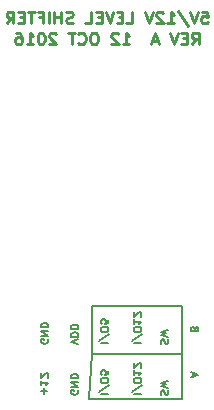
<source format=gbo>
G04 #@! TF.FileFunction,Legend,Bot*
%FSLAX46Y46*%
G04 Gerber Fmt 4.6, Leading zero omitted, Abs format (unit mm)*
G04 Created by KiCad (PCBNEW 4.0.4-stable) date 10/12/16 22:12:16*
%MOMM*%
%LPD*%
G01*
G04 APERTURE LIST*
%ADD10C,0.100000*%
%ADD11C,0.250000*%
%ADD12C,0.153000*%
%ADD13C,0.200000*%
G04 APERTURE END LIST*
D10*
D11*
X48314667Y-26614381D02*
X48648001Y-26138190D01*
X48886096Y-26614381D02*
X48886096Y-25614381D01*
X48505143Y-25614381D01*
X48409905Y-25662000D01*
X48362286Y-25709619D01*
X48314667Y-25804857D01*
X48314667Y-25947714D01*
X48362286Y-26042952D01*
X48409905Y-26090571D01*
X48505143Y-26138190D01*
X48886096Y-26138190D01*
X47886096Y-26090571D02*
X47552762Y-26090571D01*
X47409905Y-26614381D02*
X47886096Y-26614381D01*
X47886096Y-25614381D01*
X47409905Y-25614381D01*
X47124191Y-25614381D02*
X46790858Y-26614381D01*
X46457524Y-25614381D01*
X45409905Y-26328667D02*
X44933714Y-26328667D01*
X45505143Y-26614381D02*
X45171810Y-25614381D01*
X44838476Y-26614381D01*
X42457523Y-26614381D02*
X43028952Y-26614381D01*
X42743238Y-26614381D02*
X42743238Y-25614381D01*
X42838476Y-25757238D01*
X42933714Y-25852476D01*
X43028952Y-25900095D01*
X42076571Y-25709619D02*
X42028952Y-25662000D01*
X41933714Y-25614381D01*
X41695618Y-25614381D01*
X41600380Y-25662000D01*
X41552761Y-25709619D01*
X41505142Y-25804857D01*
X41505142Y-25900095D01*
X41552761Y-26042952D01*
X42124190Y-26614381D01*
X41505142Y-26614381D01*
X40124190Y-25614381D02*
X39933713Y-25614381D01*
X39838475Y-25662000D01*
X39743237Y-25757238D01*
X39695618Y-25947714D01*
X39695618Y-26281048D01*
X39743237Y-26471524D01*
X39838475Y-26566762D01*
X39933713Y-26614381D01*
X40124190Y-26614381D01*
X40219428Y-26566762D01*
X40314666Y-26471524D01*
X40362285Y-26281048D01*
X40362285Y-25947714D01*
X40314666Y-25757238D01*
X40219428Y-25662000D01*
X40124190Y-25614381D01*
X38695618Y-26519143D02*
X38743237Y-26566762D01*
X38886094Y-26614381D01*
X38981332Y-26614381D01*
X39124190Y-26566762D01*
X39219428Y-26471524D01*
X39267047Y-26376286D01*
X39314666Y-26185810D01*
X39314666Y-26042952D01*
X39267047Y-25852476D01*
X39219428Y-25757238D01*
X39124190Y-25662000D01*
X38981332Y-25614381D01*
X38886094Y-25614381D01*
X38743237Y-25662000D01*
X38695618Y-25709619D01*
X38409904Y-25614381D02*
X37838475Y-25614381D01*
X38124190Y-26614381D02*
X38124190Y-25614381D01*
X36790856Y-25709619D02*
X36743237Y-25662000D01*
X36647999Y-25614381D01*
X36409903Y-25614381D01*
X36314665Y-25662000D01*
X36267046Y-25709619D01*
X36219427Y-25804857D01*
X36219427Y-25900095D01*
X36267046Y-26042952D01*
X36838475Y-26614381D01*
X36219427Y-26614381D01*
X35600380Y-25614381D02*
X35505141Y-25614381D01*
X35409903Y-25662000D01*
X35362284Y-25709619D01*
X35314665Y-25804857D01*
X35267046Y-25995333D01*
X35267046Y-26233429D01*
X35314665Y-26423905D01*
X35362284Y-26519143D01*
X35409903Y-26566762D01*
X35505141Y-26614381D01*
X35600380Y-26614381D01*
X35695618Y-26566762D01*
X35743237Y-26519143D01*
X35790856Y-26423905D01*
X35838475Y-26233429D01*
X35838475Y-25995333D01*
X35790856Y-25804857D01*
X35743237Y-25709619D01*
X35695618Y-25662000D01*
X35600380Y-25614381D01*
X34314665Y-26614381D02*
X34886094Y-26614381D01*
X34600380Y-26614381D02*
X34600380Y-25614381D01*
X34695618Y-25757238D01*
X34790856Y-25852476D01*
X34886094Y-25900095D01*
X33457522Y-25614381D02*
X33647999Y-25614381D01*
X33743237Y-25662000D01*
X33790856Y-25709619D01*
X33886094Y-25852476D01*
X33933713Y-26042952D01*
X33933713Y-26423905D01*
X33886094Y-26519143D01*
X33838475Y-26566762D01*
X33743237Y-26614381D01*
X33552760Y-26614381D01*
X33457522Y-26566762D01*
X33409903Y-26519143D01*
X33362284Y-26423905D01*
X33362284Y-26185810D01*
X33409903Y-26090571D01*
X33457522Y-26042952D01*
X33552760Y-25995333D01*
X33743237Y-25995333D01*
X33838475Y-26042952D01*
X33886094Y-26090571D01*
X33933713Y-26185810D01*
X49148000Y-23836381D02*
X49624191Y-23836381D01*
X49671810Y-24312571D01*
X49624191Y-24264952D01*
X49528953Y-24217333D01*
X49290857Y-24217333D01*
X49195619Y-24264952D01*
X49148000Y-24312571D01*
X49100381Y-24407810D01*
X49100381Y-24645905D01*
X49148000Y-24741143D01*
X49195619Y-24788762D01*
X49290857Y-24836381D01*
X49528953Y-24836381D01*
X49624191Y-24788762D01*
X49671810Y-24741143D01*
X48814667Y-23836381D02*
X48481334Y-24836381D01*
X48148000Y-23836381D01*
X47100381Y-23788762D02*
X47957524Y-25074476D01*
X46243238Y-24836381D02*
X46814667Y-24836381D01*
X46528953Y-24836381D02*
X46528953Y-23836381D01*
X46624191Y-23979238D01*
X46719429Y-24074476D01*
X46814667Y-24122095D01*
X45862286Y-23931619D02*
X45814667Y-23884000D01*
X45719429Y-23836381D01*
X45481333Y-23836381D01*
X45386095Y-23884000D01*
X45338476Y-23931619D01*
X45290857Y-24026857D01*
X45290857Y-24122095D01*
X45338476Y-24264952D01*
X45909905Y-24836381D01*
X45290857Y-24836381D01*
X45005143Y-23836381D02*
X44671810Y-24836381D01*
X44338476Y-23836381D01*
X42767047Y-24836381D02*
X43243238Y-24836381D01*
X43243238Y-23836381D01*
X42433714Y-24312571D02*
X42100380Y-24312571D01*
X41957523Y-24836381D02*
X42433714Y-24836381D01*
X42433714Y-23836381D01*
X41957523Y-23836381D01*
X41671809Y-23836381D02*
X41338476Y-24836381D01*
X41005142Y-23836381D01*
X40671809Y-24312571D02*
X40338475Y-24312571D01*
X40195618Y-24836381D02*
X40671809Y-24836381D01*
X40671809Y-23836381D01*
X40195618Y-23836381D01*
X39290856Y-24836381D02*
X39767047Y-24836381D01*
X39767047Y-23836381D01*
X38243237Y-24788762D02*
X38100380Y-24836381D01*
X37862284Y-24836381D01*
X37767046Y-24788762D01*
X37719427Y-24741143D01*
X37671808Y-24645905D01*
X37671808Y-24550667D01*
X37719427Y-24455429D01*
X37767046Y-24407810D01*
X37862284Y-24360190D01*
X38052761Y-24312571D01*
X38147999Y-24264952D01*
X38195618Y-24217333D01*
X38243237Y-24122095D01*
X38243237Y-24026857D01*
X38195618Y-23931619D01*
X38147999Y-23884000D01*
X38052761Y-23836381D01*
X37814665Y-23836381D01*
X37671808Y-23884000D01*
X37243237Y-24836381D02*
X37243237Y-23836381D01*
X37243237Y-24312571D02*
X36671808Y-24312571D01*
X36671808Y-24836381D02*
X36671808Y-23836381D01*
X36195618Y-24836381D02*
X36195618Y-23836381D01*
X35386094Y-24312571D02*
X35719428Y-24312571D01*
X35719428Y-24836381D02*
X35719428Y-23836381D01*
X35243237Y-23836381D01*
X35005142Y-23836381D02*
X34433713Y-23836381D01*
X34719428Y-24836381D02*
X34719428Y-23836381D01*
X34100380Y-24312571D02*
X33767046Y-24312571D01*
X33624189Y-24836381D02*
X34100380Y-24836381D01*
X34100380Y-23836381D01*
X33624189Y-23836381D01*
X32624189Y-24836381D02*
X32957523Y-24360190D01*
X33195618Y-24836381D02*
X33195618Y-23836381D01*
X32814665Y-23836381D01*
X32719427Y-23884000D01*
X32671808Y-23931619D01*
X32624189Y-24026857D01*
X32624189Y-24169714D01*
X32671808Y-24264952D01*
X32719427Y-24312571D01*
X32814665Y-24360190D01*
X33195618Y-24360190D01*
D12*
X48560429Y-50682571D02*
X48529476Y-50589714D01*
X48498524Y-50558762D01*
X48436619Y-50527810D01*
X48343762Y-50527810D01*
X48281857Y-50558762D01*
X48250905Y-50589714D01*
X48219952Y-50651619D01*
X48219952Y-50899238D01*
X48869952Y-50899238D01*
X48869952Y-50682571D01*
X48839000Y-50620667D01*
X48808048Y-50589714D01*
X48746143Y-50558762D01*
X48684238Y-50558762D01*
X48622333Y-50589714D01*
X48591381Y-50620667D01*
X48560429Y-50682571D01*
X48560429Y-50899238D01*
X48405667Y-54740190D02*
X48405667Y-54430667D01*
X48219952Y-54802095D02*
X48869952Y-54585429D01*
X48219952Y-54368762D01*
D13*
X47498000Y-56642000D02*
X47498000Y-52832000D01*
X39624000Y-56642000D02*
X47498000Y-56642000D01*
X39878000Y-52832000D02*
X39624000Y-56642000D01*
X39878000Y-48768000D02*
X39878000Y-52832000D01*
X47498000Y-48768000D02*
X39878000Y-48768000D01*
X47498000Y-52832000D02*
X47498000Y-48768000D01*
X39878000Y-52832000D02*
X47498000Y-52832000D01*
D12*
X38709952Y-52008095D02*
X38059952Y-51791429D01*
X38709952Y-51574762D01*
X38059952Y-51358095D02*
X38709952Y-51358095D01*
X38709952Y-51203333D01*
X38679000Y-51110476D01*
X38617095Y-51048571D01*
X38555190Y-51017619D01*
X38431381Y-50986667D01*
X38338524Y-50986667D01*
X38214714Y-51017619D01*
X38152810Y-51048571D01*
X38090905Y-51110476D01*
X38059952Y-51203333D01*
X38059952Y-51358095D01*
X38059952Y-50708095D02*
X38709952Y-50708095D01*
X38709952Y-50553333D01*
X38679000Y-50460476D01*
X38617095Y-50398571D01*
X38555190Y-50367619D01*
X38431381Y-50336667D01*
X38338524Y-50336667D01*
X38214714Y-50367619D01*
X38152810Y-50398571D01*
X38090905Y-50460476D01*
X38059952Y-50553333D01*
X38059952Y-50708095D01*
X36139000Y-51574762D02*
X36169952Y-51636667D01*
X36169952Y-51729524D01*
X36139000Y-51822381D01*
X36077095Y-51884286D01*
X36015190Y-51915238D01*
X35891381Y-51946190D01*
X35798524Y-51946190D01*
X35674714Y-51915238D01*
X35612810Y-51884286D01*
X35550905Y-51822381D01*
X35519952Y-51729524D01*
X35519952Y-51667619D01*
X35550905Y-51574762D01*
X35581857Y-51543810D01*
X35798524Y-51543810D01*
X35798524Y-51667619D01*
X35519952Y-51265238D02*
X36169952Y-51265238D01*
X35519952Y-50893810D01*
X36169952Y-50893810D01*
X35519952Y-50584286D02*
X36169952Y-50584286D01*
X36169952Y-50429524D01*
X36139000Y-50336667D01*
X36077095Y-50274762D01*
X36015190Y-50243810D01*
X35891381Y-50212858D01*
X35798524Y-50212858D01*
X35674714Y-50243810D01*
X35612810Y-50274762D01*
X35550905Y-50336667D01*
X35519952Y-50429524D01*
X35519952Y-50584286D01*
X40599952Y-51915238D02*
X41249952Y-51915238D01*
X41280905Y-51141428D02*
X40445190Y-51698571D01*
X41249952Y-50800953D02*
X41249952Y-50677143D01*
X41219000Y-50615238D01*
X41157095Y-50553334D01*
X41033286Y-50522381D01*
X40816619Y-50522381D01*
X40692810Y-50553334D01*
X40630905Y-50615238D01*
X40599952Y-50677143D01*
X40599952Y-50800953D01*
X40630905Y-50862857D01*
X40692810Y-50924762D01*
X40816619Y-50955714D01*
X41033286Y-50955714D01*
X41157095Y-50924762D01*
X41219000Y-50862857D01*
X41249952Y-50800953D01*
X41249952Y-49934286D02*
X41249952Y-50243810D01*
X40940429Y-50274762D01*
X40971381Y-50243810D01*
X41002333Y-50181905D01*
X41002333Y-50027143D01*
X40971381Y-49965239D01*
X40940429Y-49934286D01*
X40878524Y-49903334D01*
X40723762Y-49903334D01*
X40661857Y-49934286D01*
X40630905Y-49965239D01*
X40599952Y-50027143D01*
X40599952Y-50181905D01*
X40630905Y-50243810D01*
X40661857Y-50274762D01*
X43393952Y-51915238D02*
X44043952Y-51915238D01*
X44074905Y-51141428D02*
X43239190Y-51698571D01*
X44043952Y-50800953D02*
X44043952Y-50677143D01*
X44013000Y-50615238D01*
X43951095Y-50553334D01*
X43827286Y-50522381D01*
X43610619Y-50522381D01*
X43486810Y-50553334D01*
X43424905Y-50615238D01*
X43393952Y-50677143D01*
X43393952Y-50800953D01*
X43424905Y-50862857D01*
X43486810Y-50924762D01*
X43610619Y-50955714D01*
X43827286Y-50955714D01*
X43951095Y-50924762D01*
X44013000Y-50862857D01*
X44043952Y-50800953D01*
X43393952Y-49903334D02*
X43393952Y-50274762D01*
X43393952Y-50089048D02*
X44043952Y-50089048D01*
X43951095Y-50150953D01*
X43889190Y-50212858D01*
X43858238Y-50274762D01*
X43982048Y-49655714D02*
X44013000Y-49624762D01*
X44043952Y-49562857D01*
X44043952Y-49408095D01*
X44013000Y-49346191D01*
X43982048Y-49315238D01*
X43920143Y-49284286D01*
X43858238Y-49284286D01*
X43765381Y-49315238D01*
X43393952Y-49686667D01*
X43393952Y-49284286D01*
X45710905Y-51946190D02*
X45679952Y-51853333D01*
X45679952Y-51698571D01*
X45710905Y-51636667D01*
X45741857Y-51605714D01*
X45803762Y-51574762D01*
X45865667Y-51574762D01*
X45927571Y-51605714D01*
X45958524Y-51636667D01*
X45989476Y-51698571D01*
X46020429Y-51822381D01*
X46051381Y-51884286D01*
X46082333Y-51915238D01*
X46144238Y-51946190D01*
X46206143Y-51946190D01*
X46268048Y-51915238D01*
X46299000Y-51884286D01*
X46329952Y-51822381D01*
X46329952Y-51667619D01*
X46299000Y-51574762D01*
X46329952Y-51358095D02*
X45679952Y-51203333D01*
X46144238Y-51079523D01*
X45679952Y-50955714D01*
X46329952Y-50800952D01*
X45710905Y-56264190D02*
X45679952Y-56171333D01*
X45679952Y-56016571D01*
X45710905Y-55954667D01*
X45741857Y-55923714D01*
X45803762Y-55892762D01*
X45865667Y-55892762D01*
X45927571Y-55923714D01*
X45958524Y-55954667D01*
X45989476Y-56016571D01*
X46020429Y-56140381D01*
X46051381Y-56202286D01*
X46082333Y-56233238D01*
X46144238Y-56264190D01*
X46206143Y-56264190D01*
X46268048Y-56233238D01*
X46299000Y-56202286D01*
X46329952Y-56140381D01*
X46329952Y-55985619D01*
X46299000Y-55892762D01*
X46329952Y-55676095D02*
X45679952Y-55521333D01*
X46144238Y-55397523D01*
X45679952Y-55273714D01*
X46329952Y-55118952D01*
X43393952Y-56233238D02*
X44043952Y-56233238D01*
X44074905Y-55459428D02*
X43239190Y-56016571D01*
X44043952Y-55118953D02*
X44043952Y-54995143D01*
X44013000Y-54933238D01*
X43951095Y-54871334D01*
X43827286Y-54840381D01*
X43610619Y-54840381D01*
X43486810Y-54871334D01*
X43424905Y-54933238D01*
X43393952Y-54995143D01*
X43393952Y-55118953D01*
X43424905Y-55180857D01*
X43486810Y-55242762D01*
X43610619Y-55273714D01*
X43827286Y-55273714D01*
X43951095Y-55242762D01*
X44013000Y-55180857D01*
X44043952Y-55118953D01*
X43393952Y-54221334D02*
X43393952Y-54592762D01*
X43393952Y-54407048D02*
X44043952Y-54407048D01*
X43951095Y-54468953D01*
X43889190Y-54530858D01*
X43858238Y-54592762D01*
X43982048Y-53973714D02*
X44013000Y-53942762D01*
X44043952Y-53880857D01*
X44043952Y-53726095D01*
X44013000Y-53664191D01*
X43982048Y-53633238D01*
X43920143Y-53602286D01*
X43858238Y-53602286D01*
X43765381Y-53633238D01*
X43393952Y-54004667D01*
X43393952Y-53602286D01*
X40599952Y-56233238D02*
X41249952Y-56233238D01*
X41280905Y-55459428D02*
X40445190Y-56016571D01*
X41249952Y-55118953D02*
X41249952Y-54995143D01*
X41219000Y-54933238D01*
X41157095Y-54871334D01*
X41033286Y-54840381D01*
X40816619Y-54840381D01*
X40692810Y-54871334D01*
X40630905Y-54933238D01*
X40599952Y-54995143D01*
X40599952Y-55118953D01*
X40630905Y-55180857D01*
X40692810Y-55242762D01*
X40816619Y-55273714D01*
X41033286Y-55273714D01*
X41157095Y-55242762D01*
X41219000Y-55180857D01*
X41249952Y-55118953D01*
X41249952Y-54252286D02*
X41249952Y-54561810D01*
X40940429Y-54592762D01*
X40971381Y-54561810D01*
X41002333Y-54499905D01*
X41002333Y-54345143D01*
X40971381Y-54283239D01*
X40940429Y-54252286D01*
X40878524Y-54221334D01*
X40723762Y-54221334D01*
X40661857Y-54252286D01*
X40630905Y-54283239D01*
X40599952Y-54345143D01*
X40599952Y-54499905D01*
X40630905Y-54561810D01*
X40661857Y-54592762D01*
X38679000Y-55892762D02*
X38709952Y-55954667D01*
X38709952Y-56047524D01*
X38679000Y-56140381D01*
X38617095Y-56202286D01*
X38555190Y-56233238D01*
X38431381Y-56264190D01*
X38338524Y-56264190D01*
X38214714Y-56233238D01*
X38152810Y-56202286D01*
X38090905Y-56140381D01*
X38059952Y-56047524D01*
X38059952Y-55985619D01*
X38090905Y-55892762D01*
X38121857Y-55861810D01*
X38338524Y-55861810D01*
X38338524Y-55985619D01*
X38059952Y-55583238D02*
X38709952Y-55583238D01*
X38059952Y-55211810D01*
X38709952Y-55211810D01*
X38059952Y-54902286D02*
X38709952Y-54902286D01*
X38709952Y-54747524D01*
X38679000Y-54654667D01*
X38617095Y-54592762D01*
X38555190Y-54561810D01*
X38431381Y-54530858D01*
X38338524Y-54530858D01*
X38214714Y-54561810D01*
X38152810Y-54592762D01*
X38090905Y-54654667D01*
X38059952Y-54747524D01*
X38059952Y-54902286D01*
X35767571Y-56233238D02*
X35767571Y-55738000D01*
X35519952Y-55985619D02*
X36015190Y-55985619D01*
X35519952Y-55088000D02*
X35519952Y-55459428D01*
X35519952Y-55273714D02*
X36169952Y-55273714D01*
X36077095Y-55335619D01*
X36015190Y-55397524D01*
X35984238Y-55459428D01*
X36108048Y-54840380D02*
X36139000Y-54809428D01*
X36169952Y-54747523D01*
X36169952Y-54592761D01*
X36139000Y-54530857D01*
X36108048Y-54499904D01*
X36046143Y-54468952D01*
X35984238Y-54468952D01*
X35891381Y-54499904D01*
X35519952Y-54871333D01*
X35519952Y-54468952D01*
M02*

</source>
